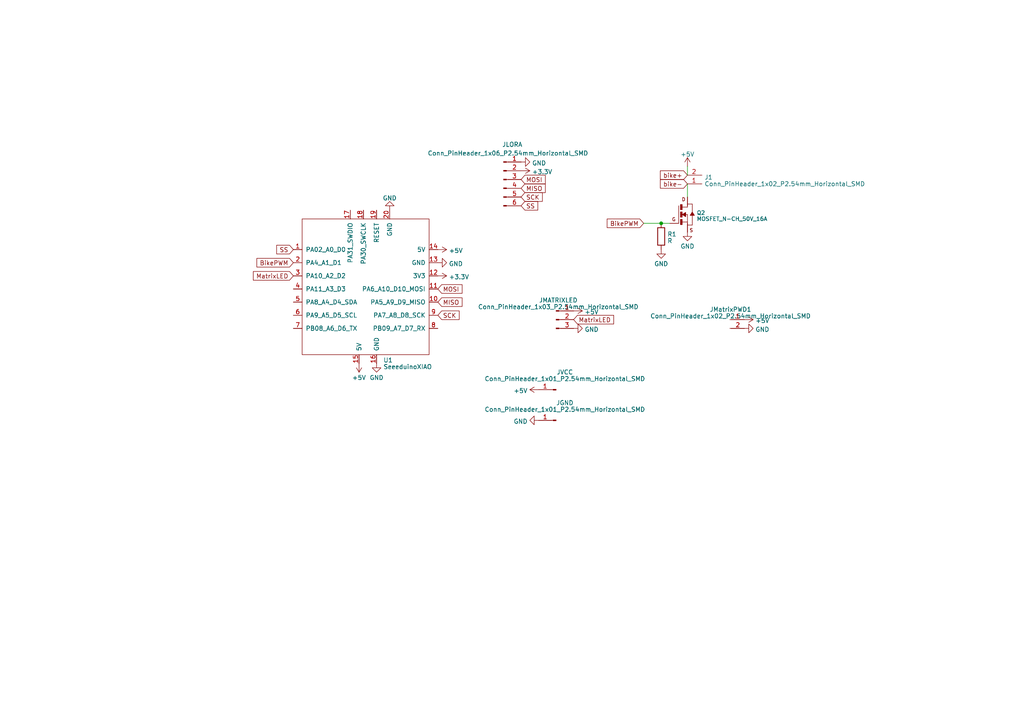
<source format=kicad_sch>
(kicad_sch (version 20230121) (generator eeschema)

  (uuid 9c4f290e-229f-4122-a3d8-420c9eee9e2f)

  (paper "A4")

  (lib_symbols
    (symbol "fab:Conn_PinHeader_1x01_P2.54mm_Horizontal_SMD" (pin_names (offset 1.016) hide) (in_bom yes) (on_board yes)
      (property "Reference" "J" (at 0 2.54 0)
        (effects (font (size 1.27 1.27)))
      )
      (property "Value" "Conn_PinHeader_1x01_P2.54mm_Horizontal_SMD" (at 0 -2.54 0)
        (effects (font (size 1.27 1.27)))
      )
      (property "Footprint" "fab:PinHeader_1x01_P2.54mm_Horizontal_SMD" (at 0 0 0)
        (effects (font (size 1.27 1.27)) hide)
      )
      (property "Datasheet" "~" (at 0 0 0)
        (effects (font (size 1.27 1.27)) hide)
      )
      (property "ki_keywords" "Connector pin header 2.54mm pitch horizontal SMD" (at 0 0 0)
        (effects (font (size 1.27 1.27)) hide)
      )
      (property "ki_description" "Connector pin header 2.54mm pitch horizontal SMD" (at 0 0 0)
        (effects (font (size 1.27 1.27)) hide)
      )
      (property "ki_fp_filters" "fab:*Header_SMD_01x??_*" (at 0 0 0)
        (effects (font (size 1.27 1.27)) hide)
      )
      (symbol "Conn_PinHeader_1x01_P2.54mm_Horizontal_SMD_1_1"
        (polyline
          (pts
            (xy 1.27 0)
            (xy 0.8636 0)
          )
          (stroke (width 0.1524) (type solid))
          (fill (type none))
        )
        (rectangle (start 0.8636 0.127) (end 0 -0.127)
          (stroke (width 0.1524) (type solid))
          (fill (type outline))
        )
        (pin passive line (at 5.08 0 180) (length 3.81)
          (name "Pin_1" (effects (font (size 1.27 1.27))))
          (number "1" (effects (font (size 1.27 1.27))))
        )
      )
    )
    (symbol "fab:Conn_PinHeader_1x02_P2.54mm_Horizontal_SMD" (pin_names (offset 1.016)) (in_bom yes) (on_board yes)
      (property "Reference" "J" (at 0 2.54 0)
        (effects (font (size 1.27 1.27)))
      )
      (property "Value" "Conn_PinHeader_1x02_P2.54mm_Horizontal_SMD" (at 0 -5.08 0)
        (effects (font (size 1.27 1.27)))
      )
      (property "Footprint" "fab:PinHeader_UPDI_01x02_P2.54mm_Horizontal_SMD" (at 0 0 0)
        (effects (font (size 1.27 1.27)) hide)
      )
      (property "Datasheet" "~" (at 0 0 0)
        (effects (font (size 1.27 1.27)) hide)
      )
      (property "ki_keywords" "male UPDI connector" (at 0 0 0)
        (effects (font (size 1.27 1.27)) hide)
      )
      (property "ki_description" "Male UPDI 2 pin connector" (at 0 0 0)
        (effects (font (size 1.27 1.27)) hide)
      )
      (property "ki_fp_filters" "fab:*Header_SMD_01x??_*" (at 0 0 0)
        (effects (font (size 1.27 1.27)) hide)
      )
      (symbol "Conn_PinHeader_1x02_P2.54mm_Horizontal_SMD_1_1"
        (polyline
          (pts
            (xy 1.27 -2.54)
            (xy 0.8636 -2.54)
          )
          (stroke (width 0.1524) (type solid))
          (fill (type none))
        )
        (polyline
          (pts
            (xy 1.27 0)
            (xy 0.8636 0)
          )
          (stroke (width 0.1524) (type solid))
          (fill (type none))
        )
        (pin passive line (at 5.08 0 180) (length 3.81)
          (name "~" (effects (font (size 1.27 1.27))))
          (number "1" (effects (font (size 1.27 1.27))))
        )
        (pin passive line (at 5.08 -2.54 180) (length 3.81)
          (name "~" (effects (font (size 1.27 1.27))))
          (number "2" (effects (font (size 1.27 1.27))))
        )
      )
    )
    (symbol "fab:Conn_PinHeader_1x03_P2.54mm_Horizontal_SMD" (pin_names (offset 1.016) hide) (in_bom yes) (on_board yes)
      (property "Reference" "J" (at 0 5.08 0)
        (effects (font (size 1.27 1.27)))
      )
      (property "Value" "Conn_PinHeader_1x03_P2.54mm_Horizontal_SMD" (at 0 -5.08 0)
        (effects (font (size 1.27 1.27)))
      )
      (property "Footprint" "fab:PinHeader_1x03_P2.54mm_Horizontal_SMD" (at 0 0 0)
        (effects (font (size 1.27 1.27)) hide)
      )
      (property "Datasheet" "~" (at 0 0 0)
        (effects (font (size 1.27 1.27)) hide)
      )
      (property "ki_keywords" "single row male connector" (at 0 0 0)
        (effects (font (size 1.27 1.27)) hide)
      )
      (property "ki_description" "Male connector, single row" (at 0 0 0)
        (effects (font (size 1.27 1.27)) hide)
      )
      (property "ki_fp_filters" "fab:*Header_SMD_01x??_*" (at 0 0 0)
        (effects (font (size 1.27 1.27)) hide)
      )
      (symbol "Conn_PinHeader_1x03_P2.54mm_Horizontal_SMD_1_1"
        (polyline
          (pts
            (xy 1.27 -2.54)
            (xy 0.8636 -2.54)
          )
          (stroke (width 0.1524) (type solid))
          (fill (type none))
        )
        (polyline
          (pts
            (xy 1.27 0)
            (xy 0.8636 0)
          )
          (stroke (width 0.1524) (type solid))
          (fill (type none))
        )
        (polyline
          (pts
            (xy 1.27 2.54)
            (xy 0.8636 2.54)
          )
          (stroke (width 0.1524) (type solid))
          (fill (type none))
        )
        (rectangle (start 0.8636 -2.413) (end 0 -2.667)
          (stroke (width 0.1524) (type solid))
          (fill (type outline))
        )
        (rectangle (start 0.8636 0.127) (end 0 -0.127)
          (stroke (width 0.1524) (type solid))
          (fill (type outline))
        )
        (rectangle (start 0.8636 2.667) (end 0 2.413)
          (stroke (width 0.1524) (type solid))
          (fill (type outline))
        )
        (pin passive line (at 5.08 2.54 180) (length 3.81)
          (name "Pin_1" (effects (font (size 1.27 1.27))))
          (number "1" (effects (font (size 1.27 1.27))))
        )
        (pin passive line (at 5.08 0 180) (length 3.81)
          (name "Pin_2" (effects (font (size 1.27 1.27))))
          (number "2" (effects (font (size 1.27 1.27))))
        )
        (pin passive line (at 5.08 -2.54 180) (length 3.81)
          (name "Pin_3" (effects (font (size 1.27 1.27))))
          (number "3" (effects (font (size 1.27 1.27))))
        )
      )
    )
    (symbol "fab:Conn_PinHeader_1x06_P2.54mm_Horizontal_SMD" (pin_names (offset 1.016) hide) (in_bom yes) (on_board yes)
      (property "Reference" "J" (at 0 7.62 0)
        (effects (font (size 1.27 1.27)))
      )
      (property "Value" "Conn_PinHeader_1x06_P2.54mm_Horizontal_SMD" (at 0 -10.16 0)
        (effects (font (size 1.27 1.27)))
      )
      (property "Footprint" "fab:PinHeader_1x06_P2.54mm_Horizontal_SMD" (at 0 0 0)
        (effects (font (size 1.27 1.27)) hide)
      )
      (property "Datasheet" "~" (at 0 0 0)
        (effects (font (size 1.27 1.27)) hide)
      )
      (property "ki_keywords" "single row male connector" (at 0 0 0)
        (effects (font (size 1.27 1.27)) hide)
      )
      (property "ki_description" "Male connector, single row" (at 0 0 0)
        (effects (font (size 1.27 1.27)) hide)
      )
      (property "ki_fp_filters" "fab:*Header_SMD_01x??_*" (at 0 0 0)
        (effects (font (size 1.27 1.27)) hide)
      )
      (symbol "Conn_PinHeader_1x06_P2.54mm_Horizontal_SMD_1_1"
        (polyline
          (pts
            (xy 1.27 -7.62)
            (xy 0.8636 -7.62)
          )
          (stroke (width 0.1524) (type solid))
          (fill (type none))
        )
        (polyline
          (pts
            (xy 1.27 -5.08)
            (xy 0.8636 -5.08)
          )
          (stroke (width 0.1524) (type solid))
          (fill (type none))
        )
        (polyline
          (pts
            (xy 1.27 -2.54)
            (xy 0.8636 -2.54)
          )
          (stroke (width 0.1524) (type solid))
          (fill (type none))
        )
        (polyline
          (pts
            (xy 1.27 0)
            (xy 0.8636 0)
          )
          (stroke (width 0.1524) (type solid))
          (fill (type none))
        )
        (polyline
          (pts
            (xy 1.27 2.54)
            (xy 0.8636 2.54)
          )
          (stroke (width 0.1524) (type solid))
          (fill (type none))
        )
        (polyline
          (pts
            (xy 1.27 5.08)
            (xy 0.8636 5.08)
          )
          (stroke (width 0.1524) (type solid))
          (fill (type none))
        )
        (rectangle (start 0.8636 -7.493) (end 0 -7.747)
          (stroke (width 0.1524) (type solid))
          (fill (type outline))
        )
        (rectangle (start 0.8636 -4.953) (end 0 -5.207)
          (stroke (width 0.1524) (type solid))
          (fill (type outline))
        )
        (rectangle (start 0.8636 -2.413) (end 0 -2.667)
          (stroke (width 0.1524) (type solid))
          (fill (type outline))
        )
        (rectangle (start 0.8636 0.127) (end 0 -0.127)
          (stroke (width 0.1524) (type solid))
          (fill (type outline))
        )
        (rectangle (start 0.8636 2.667) (end 0 2.413)
          (stroke (width 0.1524) (type solid))
          (fill (type outline))
        )
        (rectangle (start 0.8636 5.207) (end 0 4.953)
          (stroke (width 0.1524) (type solid))
          (fill (type outline))
        )
        (pin passive line (at 5.08 5.08 180) (length 3.81)
          (name "Pin_1" (effects (font (size 1.27 1.27))))
          (number "1" (effects (font (size 1.27 1.27))))
        )
        (pin passive line (at 5.08 2.54 180) (length 3.81)
          (name "Pin_2" (effects (font (size 1.27 1.27))))
          (number "2" (effects (font (size 1.27 1.27))))
        )
        (pin passive line (at 5.08 0 180) (length 3.81)
          (name "Pin_3" (effects (font (size 1.27 1.27))))
          (number "3" (effects (font (size 1.27 1.27))))
        )
        (pin passive line (at 5.08 -2.54 180) (length 3.81)
          (name "Pin_4" (effects (font (size 1.27 1.27))))
          (number "4" (effects (font (size 1.27 1.27))))
        )
        (pin passive line (at 5.08 -5.08 180) (length 3.81)
          (name "Pin_5" (effects (font (size 1.27 1.27))))
          (number "5" (effects (font (size 1.27 1.27))))
        )
        (pin passive line (at 5.08 -7.62 180) (length 3.81)
          (name "Pin_6" (effects (font (size 1.27 1.27))))
          (number "6" (effects (font (size 1.27 1.27))))
        )
      )
    )
    (symbol "fab:MOSFET_N-CH_50V_16A" (pin_numbers hide) (pin_names (offset 1.016) hide) (in_bom yes) (on_board yes)
      (property "Reference" "Q" (at 2.54 2.54 0)
        (effects (font (size 1.143 1.143)) (justify left bottom))
      )
      (property "Value" "MOSFET_N-CH_50V_16A" (at 2.54 0 0)
        (effects (font (size 1.143 1.143)) (justify left bottom))
      )
      (property "Footprint" "fab:TO-252" (at 0.762 3.81 0)
        (effects (font (size 0.508 0.508)) hide)
      )
      (property "Datasheet" "https://www.onsemi.com/pub/Collateral/RFD16N05LSM-D.PDF" (at 0 0 0)
        (effects (font (size 1.27 1.27)) hide)
      )
      (property "ki_keywords" "field effect transistor" (at 0 0 0)
        (effects (font (size 1.27 1.27)) hide)
      )
      (property "ki_description" "N-Channel mosfet RFD16N05LSM9A in TO-252 package" (at 0 0 0)
        (effects (font (size 1.27 1.27)) hide)
      )
      (property "ki_fp_filters" "*TO252*" (at 0 0 0)
        (effects (font (size 1.27 1.27)) hide)
      )
      (symbol "MOSFET_N-CH_50V_16A_1_0"
        (polyline
          (pts
            (xy -2.54 -2.54)
            (xy -2.54 2.54)
          )
          (stroke (width 0) (type solid))
          (fill (type none))
        )
        (polyline
          (pts
            (xy -1.524 -2.159)
            (xy 0 -2.159)
          )
          (stroke (width 0) (type solid))
          (fill (type none))
        )
        (polyline
          (pts
            (xy -1.524 2.159)
            (xy 0 2.159)
          )
          (stroke (width 0) (type solid))
          (fill (type none))
        )
        (polyline
          (pts
            (xy -0.508 0)
            (xy 0 0)
          )
          (stroke (width 0) (type solid))
          (fill (type none))
        )
        (polyline
          (pts
            (xy 0 -2.159)
            (xy 0 -2.54)
          )
          (stroke (width 0) (type solid))
          (fill (type none))
        )
        (polyline
          (pts
            (xy 0 0)
            (xy 0 -2.159)
          )
          (stroke (width 0) (type solid))
          (fill (type none))
        )
        (polyline
          (pts
            (xy 0 2.159)
            (xy 0 2.54)
          )
          (stroke (width 0) (type solid))
          (fill (type none))
        )
        (polyline
          (pts
            (xy 0 3.048)
            (xy 1.397 3.048)
          )
          (stroke (width 0) (type solid))
          (fill (type none))
        )
        (polyline
          (pts
            (xy 1.397 -3.048)
            (xy 0 -3.048)
          )
          (stroke (width 0) (type solid))
          (fill (type none))
        )
        (polyline
          (pts
            (xy 1.397 -0.254)
            (xy 1.397 -3.048)
          )
          (stroke (width 0) (type solid))
          (fill (type none))
        )
        (polyline
          (pts
            (xy 1.397 3.048)
            (xy 1.397 0.762)
          )
          (stroke (width 0) (type solid))
          (fill (type none))
        )
        (text "D" (at -1.1176 4.3942 0)
          (effects (font (size 0.9906 0.9906)))
        )
        (text "G" (at -3.9624 -1.397 0)
          (effects (font (size 0.9906 0.9906)))
        )
        (text "S" (at 1.1176 -4.572 0)
          (effects (font (size 0.9906 0.9906)))
        )
      )
      (symbol "MOSFET_N-CH_50V_16A_1_1"
        (rectangle (start -2.032 -2.921) (end -1.524 -1.397)
          (stroke (width 0) (type solid))
          (fill (type outline))
        )
        (rectangle (start -2.032 -0.762) (end -1.524 0.762)
          (stroke (width 0) (type solid))
          (fill (type outline))
        )
        (rectangle (start -2.032 1.397) (end -1.524 2.921)
          (stroke (width 0) (type solid))
          (fill (type outline))
        )
        (polyline
          (pts
            (xy -1.524 0)
            (xy -0.508 0.635)
            (xy -0.508 0.635)
            (xy -0.508 -0.635)
            (xy -0.508 -0.635)
            (xy -1.524 0)
          )
          (stroke (width 0) (type solid))
          (fill (type outline))
        )
        (polyline
          (pts
            (xy 1.397 0.762)
            (xy 2.032 -0.254)
            (xy 2.032 -0.254)
            (xy 0.762 -0.254)
            (xy 0.762 -0.254)
            (xy 1.397 0.762)
          )
          (stroke (width 0) (type solid))
          (fill (type outline))
        )
        (pin passive line (at -5.08 -2.54 0) (length 2.54)
          (name "G" (effects (font (size 1.016 1.016))))
          (number "1" (effects (font (size 1.016 1.016))))
        )
        (pin passive line (at 0 5.08 270) (length 2.54)
          (name "D" (effects (font (size 1.016 1.016))))
          (number "2" (effects (font (size 1.016 1.016))))
        )
        (pin passive line (at 0 -5.08 90) (length 2.54)
          (name "S" (effects (font (size 1.016 1.016))))
          (number "3" (effects (font (size 1.016 1.016))))
        )
      )
    )
    (symbol "fab:R" (pin_numbers hide) (pin_names (offset 0)) (in_bom yes) (on_board yes)
      (property "Reference" "R" (at 2.032 0 90)
        (effects (font (size 1.27 1.27)))
      )
      (property "Value" "R" (at 0 0 90)
        (effects (font (size 1.27 1.27)))
      )
      (property "Footprint" "fab:R_1206" (at -1.778 0 90)
        (effects (font (size 1.27 1.27)) hide)
      )
      (property "Datasheet" "~" (at 0 0 0)
        (effects (font (size 1.27 1.27)) hide)
      )
      (property "ki_keywords" "R res resistor" (at 0 0 0)
        (effects (font (size 1.27 1.27)) hide)
      )
      (property "ki_description" "Resistor" (at 0 0 0)
        (effects (font (size 1.27 1.27)) hide)
      )
      (property "ki_fp_filters" "R_*" (at 0 0 0)
        (effects (font (size 1.27 1.27)) hide)
      )
      (symbol "R_0_1"
        (rectangle (start -1.016 -2.54) (end 1.016 2.54)
          (stroke (width 0.254) (type solid))
          (fill (type none))
        )
      )
      (symbol "R_1_1"
        (pin passive line (at 0 3.81 270) (length 1.27)
          (name "~" (effects (font (size 1.27 1.27))))
          (number "1" (effects (font (size 1.27 1.27))))
        )
        (pin passive line (at 0 -3.81 90) (length 1.27)
          (name "~" (effects (font (size 1.27 1.27))))
          (number "2" (effects (font (size 1.27 1.27))))
        )
      )
    )
    (symbol "power:+3.3V" (power) (pin_names (offset 0)) (in_bom yes) (on_board yes)
      (property "Reference" "#PWR" (at 0 -3.81 0)
        (effects (font (size 1.27 1.27)) hide)
      )
      (property "Value" "+3.3V" (at 0 3.556 0)
        (effects (font (size 1.27 1.27)))
      )
      (property "Footprint" "" (at 0 0 0)
        (effects (font (size 1.27 1.27)) hide)
      )
      (property "Datasheet" "" (at 0 0 0)
        (effects (font (size 1.27 1.27)) hide)
      )
      (property "ki_keywords" "global power" (at 0 0 0)
        (effects (font (size 1.27 1.27)) hide)
      )
      (property "ki_description" "Power symbol creates a global label with name \"+3.3V\"" (at 0 0 0)
        (effects (font (size 1.27 1.27)) hide)
      )
      (symbol "+3.3V_0_1"
        (polyline
          (pts
            (xy -0.762 1.27)
            (xy 0 2.54)
          )
          (stroke (width 0) (type default))
          (fill (type none))
        )
        (polyline
          (pts
            (xy 0 0)
            (xy 0 2.54)
          )
          (stroke (width 0) (type default))
          (fill (type none))
        )
        (polyline
          (pts
            (xy 0 2.54)
            (xy 0.762 1.27)
          )
          (stroke (width 0) (type default))
          (fill (type none))
        )
      )
      (symbol "+3.3V_1_1"
        (pin power_in line (at 0 0 90) (length 0) hide
          (name "+3.3V" (effects (font (size 1.27 1.27))))
          (number "1" (effects (font (size 1.27 1.27))))
        )
      )
    )
    (symbol "power:+5V" (power) (pin_names (offset 0)) (in_bom yes) (on_board yes)
      (property "Reference" "#PWR" (at 0 -3.81 0)
        (effects (font (size 1.27 1.27)) hide)
      )
      (property "Value" "+5V" (at 0 3.556 0)
        (effects (font (size 1.27 1.27)))
      )
      (property "Footprint" "" (at 0 0 0)
        (effects (font (size 1.27 1.27)) hide)
      )
      (property "Datasheet" "" (at 0 0 0)
        (effects (font (size 1.27 1.27)) hide)
      )
      (property "ki_keywords" "global power" (at 0 0 0)
        (effects (font (size 1.27 1.27)) hide)
      )
      (property "ki_description" "Power symbol creates a global label with name \"+5V\"" (at 0 0 0)
        (effects (font (size 1.27 1.27)) hide)
      )
      (symbol "+5V_0_1"
        (polyline
          (pts
            (xy -0.762 1.27)
            (xy 0 2.54)
          )
          (stroke (width 0) (type default))
          (fill (type none))
        )
        (polyline
          (pts
            (xy 0 0)
            (xy 0 2.54)
          )
          (stroke (width 0) (type default))
          (fill (type none))
        )
        (polyline
          (pts
            (xy 0 2.54)
            (xy 0.762 1.27)
          )
          (stroke (width 0) (type default))
          (fill (type none))
        )
      )
      (symbol "+5V_1_1"
        (pin power_in line (at 0 0 90) (length 0) hide
          (name "+5V" (effects (font (size 1.27 1.27))))
          (number "1" (effects (font (size 1.27 1.27))))
        )
      )
    )
    (symbol "power:GND" (power) (pin_names (offset 0)) (in_bom yes) (on_board yes)
      (property "Reference" "#PWR" (at 0 -6.35 0)
        (effects (font (size 1.27 1.27)) hide)
      )
      (property "Value" "GND" (at 0 -3.81 0)
        (effects (font (size 1.27 1.27)))
      )
      (property "Footprint" "" (at 0 0 0)
        (effects (font (size 1.27 1.27)) hide)
      )
      (property "Datasheet" "" (at 0 0 0)
        (effects (font (size 1.27 1.27)) hide)
      )
      (property "ki_keywords" "global power" (at 0 0 0)
        (effects (font (size 1.27 1.27)) hide)
      )
      (property "ki_description" "Power symbol creates a global label with name \"GND\" , ground" (at 0 0 0)
        (effects (font (size 1.27 1.27)) hide)
      )
      (symbol "GND_0_1"
        (polyline
          (pts
            (xy 0 0)
            (xy 0 -1.27)
            (xy 1.27 -1.27)
            (xy 0 -2.54)
            (xy -1.27 -1.27)
            (xy 0 -1.27)
          )
          (stroke (width 0) (type default))
          (fill (type none))
        )
      )
      (symbol "GND_1_1"
        (pin power_in line (at 0 0 270) (length 0) hide
          (name "GND" (effects (font (size 1.27 1.27))))
          (number "1" (effects (font (size 1.27 1.27))))
        )
      )
    )
    (symbol "xiaosamd21:SeeeduinoXIAO" (pin_names (offset 1.016)) (in_bom yes) (on_board yes)
      (property "Reference" "U" (at -19.05 22.86 0)
        (effects (font (size 1.27 1.27)))
      )
      (property "Value" "SeeeduinoXIAO" (at -12.7 21.59 0)
        (effects (font (size 1.27 1.27)))
      )
      (property "Footprint" "" (at -8.89 5.08 0)
        (effects (font (size 1.27 1.27)) hide)
      )
      (property "Datasheet" "" (at -8.89 5.08 0)
        (effects (font (size 1.27 1.27)) hide)
      )
      (symbol "SeeeduinoXIAO_0_1"
        (rectangle (start -19.05 20.32) (end 17.78 -19.05)
          (stroke (width 0) (type solid))
          (fill (type none))
        )
      )
      (symbol "SeeeduinoXIAO_1_1"
        (pin unspecified line (at -21.59 11.43 0) (length 2.54)
          (name "PA02_A0_D0" (effects (font (size 1.27 1.27))))
          (number "1" (effects (font (size 1.27 1.27))))
        )
        (pin unspecified line (at 20.32 -3.81 180) (length 2.54)
          (name "PA5_A9_D9_MISO" (effects (font (size 1.27 1.27))))
          (number "10" (effects (font (size 1.27 1.27))))
        )
        (pin unspecified line (at 20.32 0 180) (length 2.54)
          (name "PA6_A10_D10_MOSI" (effects (font (size 1.27 1.27))))
          (number "11" (effects (font (size 1.27 1.27))))
        )
        (pin unspecified line (at 20.32 3.81 180) (length 2.54)
          (name "3V3" (effects (font (size 1.27 1.27))))
          (number "12" (effects (font (size 1.27 1.27))))
        )
        (pin unspecified line (at 20.32 7.62 180) (length 2.54)
          (name "GND" (effects (font (size 1.27 1.27))))
          (number "13" (effects (font (size 1.27 1.27))))
        )
        (pin unspecified line (at 20.32 11.43 180) (length 2.54)
          (name "5V" (effects (font (size 1.27 1.27))))
          (number "14" (effects (font (size 1.27 1.27))))
        )
        (pin input line (at -2.54 -21.59 90) (length 2.54)
          (name "5V" (effects (font (size 1.27 1.27))))
          (number "15" (effects (font (size 1.27 1.27))))
        )
        (pin input line (at 2.54 -21.59 90) (length 2.54)
          (name "GND" (effects (font (size 1.27 1.27))))
          (number "16" (effects (font (size 1.27 1.27))))
        )
        (pin input line (at -5.08 22.86 270) (length 2.54)
          (name "PA31_SWDIO" (effects (font (size 1.27 1.27))))
          (number "17" (effects (font (size 1.27 1.27))))
        )
        (pin input line (at -1.27 22.86 270) (length 2.54)
          (name "PA30_SWCLK" (effects (font (size 1.27 1.27))))
          (number "18" (effects (font (size 1.27 1.27))))
        )
        (pin input line (at 2.54 22.86 270) (length 2.54)
          (name "RESET" (effects (font (size 1.27 1.27))))
          (number "19" (effects (font (size 1.27 1.27))))
        )
        (pin unspecified line (at -21.59 7.62 0) (length 2.54)
          (name "PA4_A1_D1" (effects (font (size 1.27 1.27))))
          (number "2" (effects (font (size 1.27 1.27))))
        )
        (pin input line (at 6.35 22.86 270) (length 2.54)
          (name "GND" (effects (font (size 1.27 1.27))))
          (number "20" (effects (font (size 1.27 1.27))))
        )
        (pin unspecified line (at -21.59 3.81 0) (length 2.54)
          (name "PA10_A2_D2" (effects (font (size 1.27 1.27))))
          (number "3" (effects (font (size 1.27 1.27))))
        )
        (pin unspecified line (at -21.59 0 0) (length 2.54)
          (name "PA11_A3_D3" (effects (font (size 1.27 1.27))))
          (number "4" (effects (font (size 1.27 1.27))))
        )
        (pin unspecified line (at -21.59 -3.81 0) (length 2.54)
          (name "PA8_A4_D4_SDA" (effects (font (size 1.27 1.27))))
          (number "5" (effects (font (size 1.27 1.27))))
        )
        (pin unspecified line (at -21.59 -7.62 0) (length 2.54)
          (name "PA9_A5_D5_SCL" (effects (font (size 1.27 1.27))))
          (number "6" (effects (font (size 1.27 1.27))))
        )
        (pin unspecified line (at -21.59 -11.43 0) (length 2.54)
          (name "PB08_A6_D6_TX" (effects (font (size 1.27 1.27))))
          (number "7" (effects (font (size 1.27 1.27))))
        )
        (pin unspecified line (at 20.32 -11.43 180) (length 2.54)
          (name "PB09_A7_D7_RX" (effects (font (size 1.27 1.27))))
          (number "8" (effects (font (size 1.27 1.27))))
        )
        (pin unspecified line (at 20.32 -7.62 180) (length 2.54)
          (name "PA7_A8_D8_SCK" (effects (font (size 1.27 1.27))))
          (number "9" (effects (font (size 1.27 1.27))))
        )
      )
    )
  )

  (junction (at 191.77 64.77) (diameter 0) (color 0 0 0 0)
    (uuid c24ff085-0674-4ee0-b4ef-32e070b71c7d)
  )

  (wire (pts (xy 199.39 53.34) (xy 199.39 57.15))
    (stroke (width 0) (type default))
    (uuid 5cb90ba4-b8fd-4b9a-b8b1-d9a3d390c2a1)
  )
  (wire (pts (xy 191.77 64.77) (xy 194.31 64.77))
    (stroke (width 0) (type default))
    (uuid 60d19f0c-267f-4ecb-acf9-95267aa84c15)
  )
  (wire (pts (xy 186.69 64.77) (xy 191.77 64.77))
    (stroke (width 0) (type default))
    (uuid 988724b8-8b62-482d-b316-fd40d69e246d)
  )
  (wire (pts (xy 199.39 48.26) (xy 199.39 50.8))
    (stroke (width 0) (type default))
    (uuid fb08f81e-51c9-4374-b7f6-c8e6c4c1bce0)
  )

  (global_label "SS" (shape input) (at 151.13 59.69 0) (fields_autoplaced)
    (effects (font (size 1.27 1.27)) (justify left))
    (uuid 1f63d6d0-d736-4abb-befd-6c5105fbc921)
    (property "Intersheetrefs" "${INTERSHEET_REFS}" (at 156.4548 59.69 0)
      (effects (font (size 1.27 1.27)) (justify left) hide)
    )
  )
  (global_label "BikePWM" (shape input) (at 85.09 76.2 180) (fields_autoplaced)
    (effects (font (size 1.27 1.27)) (justify right))
    (uuid 2f0e7277-3162-47ee-9ac5-eb41f18a7d1b)
    (property "Intersheetrefs" "${INTERSHEET_REFS}" (at 74.0199 76.2 0)
      (effects (font (size 1.27 1.27)) (justify right) hide)
    )
  )
  (global_label "MatrixLED" (shape input) (at 85.09 80.01 180) (fields_autoplaced)
    (effects (font (size 1.27 1.27)) (justify right))
    (uuid 47a0a23e-781c-4e0f-8aee-059429cb649c)
    (property "Intersheetrefs" "${INTERSHEET_REFS}" (at 72.9919 80.01 0)
      (effects (font (size 1.27 1.27)) (justify right) hide)
    )
  )
  (global_label "bike-" (shape input) (at 199.39 53.34 180) (fields_autoplaced)
    (effects (font (size 1.27 1.27)) (justify right))
    (uuid 6d1d1af8-3b82-4731-8c3e-5a2cbf6c3b1d)
    (property "Intersheetrefs" "${INTERSHEET_REFS}" (at 191.0413 53.34 0)
      (effects (font (size 1.27 1.27)) (justify right) hide)
    )
  )
  (global_label "SCK" (shape input) (at 151.13 57.15 0) (fields_autoplaced)
    (effects (font (size 1.27 1.27)) (justify left))
    (uuid 77621e89-2664-4956-bd1d-5658fba4e8d3)
    (property "Intersheetrefs" "${INTERSHEET_REFS}" (at 157.7853 57.15 0)
      (effects (font (size 1.27 1.27)) (justify left) hide)
    )
  )
  (global_label "SCK" (shape input) (at 127 91.44 0) (fields_autoplaced)
    (effects (font (size 1.27 1.27)) (justify left))
    (uuid 8a0c19f4-cca0-4a4c-8f2b-94fe07306f2e)
    (property "Intersheetrefs" "${INTERSHEET_REFS}" (at 133.6553 91.44 0)
      (effects (font (size 1.27 1.27)) (justify left) hide)
    )
  )
  (global_label "MOSI" (shape input) (at 151.13 52.07 0) (fields_autoplaced)
    (effects (font (size 1.27 1.27)) (justify left))
    (uuid 8fd00a43-4406-4ee7-9d96-04477edb0128)
    (property "Intersheetrefs" "${INTERSHEET_REFS}" (at 158.632 52.07 0)
      (effects (font (size 1.27 1.27)) (justify left) hide)
    )
  )
  (global_label "MatrixLED" (shape input) (at 166.37 92.71 0) (fields_autoplaced)
    (effects (font (size 1.27 1.27)) (justify left))
    (uuid 90df1c75-dc91-4387-b0f7-916be99294f6)
    (property "Intersheetrefs" "${INTERSHEET_REFS}" (at 178.4681 92.71 0)
      (effects (font (size 1.27 1.27)) (justify left) hide)
    )
  )
  (global_label "MISO" (shape input) (at 127 87.63 0) (fields_autoplaced)
    (effects (font (size 1.27 1.27)) (justify left))
    (uuid 988be687-5dfa-4a35-87a7-5ee430218f09)
    (property "Intersheetrefs" "${INTERSHEET_REFS}" (at 134.502 87.63 0)
      (effects (font (size 1.27 1.27)) (justify left) hide)
    )
  )
  (global_label "bike+" (shape input) (at 199.39 50.8 180) (fields_autoplaced)
    (effects (font (size 1.27 1.27)) (justify right))
    (uuid a23d417a-d2ad-4965-9e5a-334ddb5c97a7)
    (property "Intersheetrefs" "${INTERSHEET_REFS}" (at 191.0413 50.8 0)
      (effects (font (size 1.27 1.27)) (justify right) hide)
    )
  )
  (global_label "SS" (shape input) (at 85.09 72.39 180) (fields_autoplaced)
    (effects (font (size 1.27 1.27)) (justify right))
    (uuid b68fb4f5-0f90-4136-9d21-abd34a40a477)
    (property "Intersheetrefs" "${INTERSHEET_REFS}" (at 79.7652 72.39 0)
      (effects (font (size 1.27 1.27)) (justify right) hide)
    )
  )
  (global_label "MISO" (shape input) (at 151.13 54.61 0) (fields_autoplaced)
    (effects (font (size 1.27 1.27)) (justify left))
    (uuid c1bf424c-8789-414c-ac93-ff5c1ff0dddc)
    (property "Intersheetrefs" "${INTERSHEET_REFS}" (at 158.632 54.61 0)
      (effects (font (size 1.27 1.27)) (justify left) hide)
    )
  )
  (global_label "MOSI" (shape input) (at 127 83.82 0) (fields_autoplaced)
    (effects (font (size 1.27 1.27)) (justify left))
    (uuid d6649784-4e5b-4179-9fe7-e51f0915dca5)
    (property "Intersheetrefs" "${INTERSHEET_REFS}" (at 134.502 83.82 0)
      (effects (font (size 1.27 1.27)) (justify left) hide)
    )
  )
  (global_label "BikePWM" (shape input) (at 186.69 64.77 180) (fields_autoplaced)
    (effects (font (size 1.27 1.27)) (justify right))
    (uuid f0918ff8-6a3b-4286-80aa-1894a18efd61)
    (property "Intersheetrefs" "${INTERSHEET_REFS}" (at 175.6199 64.77 0)
      (effects (font (size 1.27 1.27)) (justify right) hide)
    )
  )

  (symbol (lib_id "power:GND") (at 127 76.2 90) (unit 1)
    (in_bom yes) (on_board yes) (dnp no) (fields_autoplaced)
    (uuid 083d6836-d232-46bd-8f54-031326deda8a)
    (property "Reference" "#PWR02" (at 133.35 76.2 0)
      (effects (font (size 1.27 1.27)) hide)
    )
    (property "Value" "GND" (at 130.175 76.5168 90)
      (effects (font (size 1.27 1.27)) (justify right))
    )
    (property "Footprint" "" (at 127 76.2 0)
      (effects (font (size 1.27 1.27)) hide)
    )
    (property "Datasheet" "" (at 127 76.2 0)
      (effects (font (size 1.27 1.27)) hide)
    )
    (pin "1" (uuid bd85c394-9dcf-47ae-adf3-b9c2110c5756))
    (instances
      (project "traffic_sign_board"
        (path "/9c4f290e-229f-4122-a3d8-420c9eee9e2f"
          (reference "#PWR02") (unit 1)
        )
      )
    )
  )

  (symbol (lib_id "power:+5V") (at 199.39 48.26 0) (unit 1)
    (in_bom yes) (on_board yes) (dnp no) (fields_autoplaced)
    (uuid 0ac817e8-a3fb-4361-9022-db0109e9d021)
    (property "Reference" "#PWR03" (at 199.39 52.07 0)
      (effects (font (size 1.27 1.27)) hide)
    )
    (property "Value" "+5V" (at 199.39 44.7581 0)
      (effects (font (size 1.27 1.27)))
    )
    (property "Footprint" "" (at 199.39 48.26 0)
      (effects (font (size 1.27 1.27)) hide)
    )
    (property "Datasheet" "" (at 199.39 48.26 0)
      (effects (font (size 1.27 1.27)) hide)
    )
    (pin "1" (uuid fcd13f78-cea3-4e80-94d0-fb804b25f86e))
    (instances
      (project "traffic_sign_board"
        (path "/9c4f290e-229f-4122-a3d8-420c9eee9e2f"
          (reference "#PWR03") (unit 1)
        )
      )
    )
  )

  (symbol (lib_id "power:+5V") (at 156.21 113.03 90) (unit 1)
    (in_bom yes) (on_board yes) (dnp no) (fields_autoplaced)
    (uuid 1810c96e-0ee7-474a-b1ae-af8984a8a6bd)
    (property "Reference" "#PWR08" (at 160.02 113.03 0)
      (effects (font (size 1.27 1.27)) hide)
    )
    (property "Value" "+5V" (at 153.0351 113.3468 90)
      (effects (font (size 1.27 1.27)) (justify left))
    )
    (property "Footprint" "" (at 156.21 113.03 0)
      (effects (font (size 1.27 1.27)) hide)
    )
    (property "Datasheet" "" (at 156.21 113.03 0)
      (effects (font (size 1.27 1.27)) hide)
    )
    (pin "1" (uuid 7e052821-c721-4140-b7e2-08a7971fd2ca))
    (instances
      (project "traffic_sign_board"
        (path "/9c4f290e-229f-4122-a3d8-420c9eee9e2f"
          (reference "#PWR08") (unit 1)
        )
      )
    )
  )

  (symbol (lib_id "power:+3.3V") (at 151.13 49.53 270) (unit 1)
    (in_bom yes) (on_board yes) (dnp no) (fields_autoplaced)
    (uuid 2efde6a9-827e-41d9-9279-9c9efc9d8c33)
    (property "Reference" "#PWR011" (at 147.32 49.53 0)
      (effects (font (size 1.27 1.27)) hide)
    )
    (property "Value" "+3.3V" (at 154.305 49.8468 90)
      (effects (font (size 1.27 1.27)) (justify left))
    )
    (property "Footprint" "" (at 151.13 49.53 0)
      (effects (font (size 1.27 1.27)) hide)
    )
    (property "Datasheet" "" (at 151.13 49.53 0)
      (effects (font (size 1.27 1.27)) hide)
    )
    (pin "1" (uuid 6808e883-31df-45a0-9496-651bd0174452))
    (instances
      (project "traffic_sign_board"
        (path "/9c4f290e-229f-4122-a3d8-420c9eee9e2f"
          (reference "#PWR011") (unit 1)
        )
      )
    )
  )

  (symbol (lib_id "power:GND") (at 156.21 121.92 270) (unit 1)
    (in_bom yes) (on_board yes) (dnp no) (fields_autoplaced)
    (uuid 30ba5f08-497b-4bd9-904b-80e9d01b3eb4)
    (property "Reference" "#PWR09" (at 149.86 121.92 0)
      (effects (font (size 1.27 1.27)) hide)
    )
    (property "Value" "GND" (at 153.0351 122.2368 90)
      (effects (font (size 1.27 1.27)) (justify right))
    )
    (property "Footprint" "" (at 156.21 121.92 0)
      (effects (font (size 1.27 1.27)) hide)
    )
    (property "Datasheet" "" (at 156.21 121.92 0)
      (effects (font (size 1.27 1.27)) hide)
    )
    (pin "1" (uuid 8603f864-21af-4d29-8f4b-c9a2da38fa5f))
    (instances
      (project "traffic_sign_board"
        (path "/9c4f290e-229f-4122-a3d8-420c9eee9e2f"
          (reference "#PWR09") (unit 1)
        )
      )
    )
  )

  (symbol (lib_id "fab:R") (at 191.77 68.58 0) (unit 1)
    (in_bom yes) (on_board yes) (dnp no) (fields_autoplaced)
    (uuid 3d53a55d-3971-4caf-9cb1-cf740356f392)
    (property "Reference" "R1" (at 193.548 67.9363 0)
      (effects (font (size 1.27 1.27)) (justify left))
    )
    (property "Value" "R" (at 193.548 69.8573 0)
      (effects (font (size 1.27 1.27)) (justify left))
    )
    (property "Footprint" "fab:R_1206" (at 189.992 68.58 90)
      (effects (font (size 1.27 1.27)) hide)
    )
    (property "Datasheet" "~" (at 191.77 68.58 0)
      (effects (font (size 1.27 1.27)) hide)
    )
    (pin "1" (uuid 4762a6f8-529f-4f2b-a72c-27be4efd6e1e))
    (pin "2" (uuid 877a4611-72af-4ce5-beb1-e232b942b953))
    (instances
      (project "traffic_sign_board"
        (path "/9c4f290e-229f-4122-a3d8-420c9eee9e2f"
          (reference "R1") (unit 1)
        )
      )
    )
  )

  (symbol (lib_id "power:GND") (at 109.22 105.41 0) (unit 1)
    (in_bom yes) (on_board yes) (dnp no) (fields_autoplaced)
    (uuid 4e322256-a2f4-4320-a0ec-59b79fb8c540)
    (property "Reference" "#PWR06" (at 109.22 111.76 0)
      (effects (font (size 1.27 1.27)) hide)
    )
    (property "Value" "GND" (at 109.22 109.5455 0)
      (effects (font (size 1.27 1.27)))
    )
    (property "Footprint" "" (at 109.22 105.41 0)
      (effects (font (size 1.27 1.27)) hide)
    )
    (property "Datasheet" "" (at 109.22 105.41 0)
      (effects (font (size 1.27 1.27)) hide)
    )
    (pin "1" (uuid 220de66c-87f4-44cf-b6fb-785caaae04d8))
    (instances
      (project "traffic_sign_board"
        (path "/9c4f290e-229f-4122-a3d8-420c9eee9e2f"
          (reference "#PWR06") (unit 1)
        )
      )
    )
  )

  (symbol (lib_id "fab:Conn_PinHeader_1x02_P2.54mm_Horizontal_SMD") (at 204.47 53.34 180) (unit 1)
    (in_bom yes) (on_board yes) (dnp no) (fields_autoplaced)
    (uuid 50c09eeb-4364-4793-95f5-84e5a87fbaf1)
    (property "Reference" "J1" (at 204.3176 51.4263 0)
      (effects (font (size 1.27 1.27)) (justify right))
    )
    (property "Value" "Conn_PinHeader_1x02_P2.54mm_Horizontal_SMD" (at 204.3176 53.3473 0)
      (effects (font (size 1.27 1.27)) (justify right))
    )
    (property "Footprint" "fab:PinHeader_1x02_P2.54mm_Horizontal_SMD" (at 204.47 53.34 0)
      (effects (font (size 1.27 1.27)) hide)
    )
    (property "Datasheet" "~" (at 204.47 53.34 0)
      (effects (font (size 1.27 1.27)) hide)
    )
    (pin "1" (uuid 3f1ce5e6-6efd-4a9e-a67d-1da8110ae65e))
    (pin "2" (uuid b705b83f-0252-4385-a722-51e070d293d5))
    (instances
      (project "traffic_sign_board"
        (path "/9c4f290e-229f-4122-a3d8-420c9eee9e2f"
          (reference "J1") (unit 1)
        )
      )
    )
  )

  (symbol (lib_id "power:+5V") (at 166.37 90.17 270) (unit 1)
    (in_bom yes) (on_board yes) (dnp no) (fields_autoplaced)
    (uuid 57f24d17-4934-4799-8fba-bcd2acbd01cc)
    (property "Reference" "#PWR010" (at 162.56 90.17 0)
      (effects (font (size 1.27 1.27)) hide)
    )
    (property "Value" "+5V" (at 169.545 90.4868 90)
      (effects (font (size 1.27 1.27)) (justify left))
    )
    (property "Footprint" "" (at 166.37 90.17 0)
      (effects (font (size 1.27 1.27)) hide)
    )
    (property "Datasheet" "" (at 166.37 90.17 0)
      (effects (font (size 1.27 1.27)) hide)
    )
    (pin "1" (uuid fdcb1a37-e1a9-482a-ac34-3cc09bcd6a99))
    (instances
      (project "traffic_sign_board"
        (path "/9c4f290e-229f-4122-a3d8-420c9eee9e2f"
          (reference "#PWR010") (unit 1)
        )
      )
    )
  )

  (symbol (lib_id "power:GND") (at 151.13 46.99 90) (unit 1)
    (in_bom yes) (on_board yes) (dnp no) (fields_autoplaced)
    (uuid 7c4d8364-65f2-4d75-9b1a-3c495572b759)
    (property "Reference" "#PWR013" (at 157.48 46.99 0)
      (effects (font (size 1.27 1.27)) hide)
    )
    (property "Value" "GND" (at 154.305 47.3068 90)
      (effects (font (size 1.27 1.27)) (justify right))
    )
    (property "Footprint" "" (at 151.13 46.99 0)
      (effects (font (size 1.27 1.27)) hide)
    )
    (property "Datasheet" "" (at 151.13 46.99 0)
      (effects (font (size 1.27 1.27)) hide)
    )
    (pin "1" (uuid c2ee4e9b-54fc-4ce1-a68b-1cce1e22b56d))
    (instances
      (project "traffic_sign_board"
        (path "/9c4f290e-229f-4122-a3d8-420c9eee9e2f"
          (reference "#PWR013") (unit 1)
        )
      )
    )
  )

  (symbol (lib_id "fab:Conn_PinHeader_1x03_P2.54mm_Horizontal_SMD") (at 161.29 92.71 0) (unit 1)
    (in_bom yes) (on_board yes) (dnp no) (fields_autoplaced)
    (uuid 8875cb2d-4c98-4810-af67-7c99247a2537)
    (property "Reference" "JMATRIXLED" (at 161.925 87.0839 0)
      (effects (font (size 1.27 1.27)))
    )
    (property "Value" "Conn_PinHeader_1x03_P2.54mm_Horizontal_SMD" (at 161.925 89.0049 0)
      (effects (font (size 1.27 1.27)))
    )
    (property "Footprint" "fab:PinHeader_1x03_P2.54mm_Horizontal_SMD" (at 161.29 92.71 0)
      (effects (font (size 1.27 1.27)) hide)
    )
    (property "Datasheet" "~" (at 161.29 92.71 0)
      (effects (font (size 1.27 1.27)) hide)
    )
    (pin "1" (uuid f39c983f-4f87-4f4b-a1bc-354865575433))
    (pin "2" (uuid 337c26d1-ebe2-4f65-8a98-4ac757a115ac))
    (pin "3" (uuid 2724d157-7289-441d-84ec-9c9f36c68ea4))
    (instances
      (project "traffic_sign_board"
        (path "/9c4f290e-229f-4122-a3d8-420c9eee9e2f"
          (reference "JMATRIXLED") (unit 1)
        )
      )
    )
  )

  (symbol (lib_id "fab:Conn_PinHeader_1x02_P2.54mm_Horizontal_SMD") (at 210.82 92.71 0) (unit 1)
    (in_bom yes) (on_board yes) (dnp no) (fields_autoplaced)
    (uuid 9f381a12-7880-437e-bbfb-cb5b9f76550c)
    (property "Reference" "JMatrixPWD1" (at 211.8868 89.7509 0)
      (effects (font (size 1.27 1.27)))
    )
    (property "Value" "Conn_PinHeader_1x02_P2.54mm_Horizontal_SMD" (at 211.8868 91.6719 0)
      (effects (font (size 1.27 1.27)))
    )
    (property "Footprint" "fab:PinHeader_1x02_P2.54mm_Horizontal_SMD" (at 210.82 92.71 0)
      (effects (font (size 1.27 1.27)) hide)
    )
    (property "Datasheet" "~" (at 210.82 92.71 0)
      (effects (font (size 1.27 1.27)) hide)
    )
    (pin "1" (uuid 89fb4350-ee1b-44cb-af76-ea14c264cbb2))
    (pin "2" (uuid 2255c30f-7904-4e71-9609-149760fa2e9a))
    (instances
      (project "traffic_sign_board"
        (path "/9c4f290e-229f-4122-a3d8-420c9eee9e2f"
          (reference "JMatrixPWD1") (unit 1)
        )
      )
    )
  )

  (symbol (lib_id "power:GND") (at 113.03 60.96 180) (unit 1)
    (in_bom yes) (on_board yes) (dnp no) (fields_autoplaced)
    (uuid a19cfffc-a1e1-45c2-b645-b1698c35c083)
    (property "Reference" "#PWR07" (at 113.03 54.61 0)
      (effects (font (size 1.27 1.27)) hide)
    )
    (property "Value" "GND" (at 113.03 57.4581 0)
      (effects (font (size 1.27 1.27)))
    )
    (property "Footprint" "" (at 113.03 60.96 0)
      (effects (font (size 1.27 1.27)) hide)
    )
    (property "Datasheet" "" (at 113.03 60.96 0)
      (effects (font (size 1.27 1.27)) hide)
    )
    (pin "1" (uuid cc68b27f-15f5-415e-adf6-1ffc875e21ab))
    (instances
      (project "traffic_sign_board"
        (path "/9c4f290e-229f-4122-a3d8-420c9eee9e2f"
          (reference "#PWR07") (unit 1)
        )
      )
    )
  )

  (symbol (lib_id "power:GND") (at 199.39 67.31 0) (unit 1)
    (in_bom yes) (on_board yes) (dnp no) (fields_autoplaced)
    (uuid a6fb3785-51bd-4357-a3a1-24fccf862168)
    (property "Reference" "#PWR014" (at 199.39 73.66 0)
      (effects (font (size 1.27 1.27)) hide)
    )
    (property "Value" "GND" (at 199.39 71.4455 0)
      (effects (font (size 1.27 1.27)))
    )
    (property "Footprint" "" (at 199.39 67.31 0)
      (effects (font (size 1.27 1.27)) hide)
    )
    (property "Datasheet" "" (at 199.39 67.31 0)
      (effects (font (size 1.27 1.27)) hide)
    )
    (pin "1" (uuid b1c1f8b9-9728-40c5-a267-0d72d7dfa290))
    (instances
      (project "traffic_sign_board"
        (path "/9c4f290e-229f-4122-a3d8-420c9eee9e2f"
          (reference "#PWR014") (unit 1)
        )
      )
    )
  )

  (symbol (lib_id "power:GND") (at 215.9 95.25 90) (unit 1)
    (in_bom yes) (on_board yes) (dnp no) (fields_autoplaced)
    (uuid b086bd47-bfb6-4d04-861d-1d2665157811)
    (property "Reference" "#PWR017" (at 222.25 95.25 0)
      (effects (font (size 1.27 1.27)) hide)
    )
    (property "Value" "GND" (at 219.075 95.5668 90)
      (effects (font (size 1.27 1.27)) (justify right))
    )
    (property "Footprint" "" (at 215.9 95.25 0)
      (effects (font (size 1.27 1.27)) hide)
    )
    (property "Datasheet" "" (at 215.9 95.25 0)
      (effects (font (size 1.27 1.27)) hide)
    )
    (pin "1" (uuid e4358652-8793-4523-94db-069506ba7a9f))
    (instances
      (project "traffic_sign_board"
        (path "/9c4f290e-229f-4122-a3d8-420c9eee9e2f"
          (reference "#PWR017") (unit 1)
        )
      )
    )
  )

  (symbol (lib_id "fab:MOSFET_N-CH_50V_16A") (at 199.39 62.23 0) (unit 1)
    (in_bom yes) (on_board yes) (dnp no) (fields_autoplaced)
    (uuid b2091df9-48cf-4d23-baa9-6c07c29bfea1)
    (property "Reference" "Q2" (at 202.057 61.7269 0)
      (effects (font (size 1.143 1.143)) (justify left))
    )
    (property "Value" "MOSFET_N-CH_50V_16A" (at 202.057 63.4811 0)
      (effects (font (size 1.143 1.143)) (justify left))
    )
    (property "Footprint" "fab:TO-252" (at 200.152 58.42 0)
      (effects (font (size 0.508 0.508)) hide)
    )
    (property "Datasheet" "https://www.onsemi.com/pub/Collateral/RFD16N05LSM-D.PDF" (at 199.39 62.23 0)
      (effects (font (size 1.27 1.27)) hide)
    )
    (pin "1" (uuid 512b4bc1-3f52-470c-a187-9eb8b25fba66))
    (pin "2" (uuid 6eec6f6f-6016-4b16-98bc-af7bcf50f822))
    (pin "3" (uuid 9ffbae41-238f-48de-8c94-fd8a8c0332b3))
    (instances
      (project "traffic_sign_board"
        (path "/9c4f290e-229f-4122-a3d8-420c9eee9e2f"
          (reference "Q2") (unit 1)
        )
      )
    )
  )

  (symbol (lib_id "fab:Conn_PinHeader_1x01_P2.54mm_Horizontal_SMD") (at 161.29 113.03 180) (unit 1)
    (in_bom yes) (on_board yes) (dnp no)
    (uuid b6287052-6f6a-458f-9210-fdf35e9fa352)
    (property "Reference" "JVCC" (at 163.83 107.95 0)
      (effects (font (size 1.27 1.27)))
    )
    (property "Value" "Conn_PinHeader_1x01_P2.54mm_Horizontal_SMD" (at 163.83 109.871 0)
      (effects (font (size 1.27 1.27)))
    )
    (property "Footprint" "fab:PinHeader_1x01_P2.54mm_Horizontal_SMD" (at 161.29 113.03 0)
      (effects (font (size 1.27 1.27)) hide)
    )
    (property "Datasheet" "~" (at 161.29 113.03 0)
      (effects (font (size 1.27 1.27)) hide)
    )
    (pin "1" (uuid dde035cd-9349-432c-929a-fc21b9b84355))
    (instances
      (project "traffic_sign_board"
        (path "/9c4f290e-229f-4122-a3d8-420c9eee9e2f"
          (reference "JVCC") (unit 1)
        )
      )
    )
  )

  (symbol (lib_id "xiaosamd21:SeeeduinoXIAO") (at 106.68 83.82 0) (unit 1)
    (in_bom yes) (on_board yes) (dnp no) (fields_autoplaced)
    (uuid b7ccfb70-c345-4bd0-a6f1-1485e0d3596b)
    (property "Reference" "U1" (at 111.1759 104.4655 0)
      (effects (font (size 1.27 1.27)) (justify left))
    )
    (property "Value" "SeeeduinoXIAO" (at 111.1759 106.3865 0)
      (effects (font (size 1.27 1.27)) (justify left))
    )
    (property "Footprint" "xiaosamd21:Seeeduino XIAO-MOUDLE14P-2.54-21X17.8MM" (at 97.79 78.74 0)
      (effects (font (size 1.27 1.27)) hide)
    )
    (property "Datasheet" "" (at 97.79 78.74 0)
      (effects (font (size 1.27 1.27)) hide)
    )
    (pin "1" (uuid f05fb6b3-587b-4401-80db-b12a42baa88a))
    (pin "10" (uuid 48162fc7-ebd8-4d12-9a55-b8194fc66d14))
    (pin "11" (uuid 96beca70-8bf3-4770-8bf9-dbafb837f0ae))
    (pin "12" (uuid feea1e2b-b560-4bfe-b10b-932645e770e1))
    (pin "13" (uuid e9182ab0-ff4d-457f-a3da-618dbd1f19bd))
    (pin "14" (uuid 9e8784d6-af3c-48b6-b414-2e9232560aac))
    (pin "15" (uuid 68f8619f-2d4d-47c0-9045-09e795eb7979))
    (pin "16" (uuid a97fdf7e-8f19-49fc-bcca-e948c64e3c06))
    (pin "17" (uuid 1eabd76b-beaf-46be-bd00-e63eed230458))
    (pin "18" (uuid 47cbce13-2c6b-4f2f-90f2-1c85cd0e87f1))
    (pin "19" (uuid db3ae765-6e63-4805-a2a5-8b5e78ca2db4))
    (pin "2" (uuid 0eba4d21-ceb2-44d4-b2f3-59ab656bfa53))
    (pin "20" (uuid f129be7c-7cc3-44ac-a475-40be6eff9b46))
    (pin "3" (uuid c598b322-82d5-40d0-9b21-d678d9cd4a66))
    (pin "4" (uuid ed798930-1f6d-45e6-b636-b6ee2ce6d21f))
    (pin "5" (uuid f9e9240b-7daa-4d7c-b85f-dd647a9e299c))
    (pin "6" (uuid 907124fb-1b44-4247-91b6-b87fe6c50481))
    (pin "7" (uuid 3cf16576-2955-492e-af2a-5340d1f30dbe))
    (pin "8" (uuid 818cdc70-fad0-4cef-90ca-095b2e129af5))
    (pin "9" (uuid 98715ec8-3c5f-4567-a18d-d29534883f6b))
    (instances
      (project "traffic_sign_board"
        (path "/9c4f290e-229f-4122-a3d8-420c9eee9e2f"
          (reference "U1") (unit 1)
        )
      )
    )
  )

  (symbol (lib_id "fab:Conn_PinHeader_1x06_P2.54mm_Horizontal_SMD") (at 146.05 52.07 0) (unit 1)
    (in_bom yes) (on_board yes) (dnp no)
    (uuid c41302bf-c812-4b96-a401-b230c5e6d8a6)
    (property "Reference" "JLORA" (at 148.59 41.91 0)
      (effects (font (size 1.27 1.27)))
    )
    (property "Value" "Conn_PinHeader_1x06_P2.54mm_Horizontal_SMD" (at 147.32 44.45 0)
      (effects (font (size 1.27 1.27)))
    )
    (property "Footprint" "fab:PinHeader_1x06_P2.54mm_Horizontal_SMD" (at 146.05 52.07 0)
      (effects (font (size 1.27 1.27)) hide)
    )
    (property "Datasheet" "~" (at 146.05 52.07 0)
      (effects (font (size 1.27 1.27)) hide)
    )
    (pin "1" (uuid 0bdf739e-cbf5-490a-9c6b-0481acc2c6ae))
    (pin "2" (uuid ca9d9eb5-a6c4-4595-9437-d9c57350a9c4))
    (pin "3" (uuid 873b28cc-c970-4841-9e92-253458679bb7))
    (pin "4" (uuid d9d66654-b469-4d42-970c-bfa706243d97))
    (pin "5" (uuid 657e0164-8104-499c-b87e-1cd2fca19683))
    (pin "6" (uuid 163a929b-fa77-4ea9-adda-6d5b6c5d8360))
    (instances
      (project "traffic_sign_board"
        (path "/9c4f290e-229f-4122-a3d8-420c9eee9e2f"
          (reference "JLORA") (unit 1)
        )
      )
    )
  )

  (symbol (lib_id "power:+3.3V") (at 127 80.01 270) (unit 1)
    (in_bom yes) (on_board yes) (dnp no) (fields_autoplaced)
    (uuid cec93919-98f2-4f70-9f34-9392c47ed15e)
    (property "Reference" "#PWR012" (at 123.19 80.01 0)
      (effects (font (size 1.27 1.27)) hide)
    )
    (property "Value" "+3.3V" (at 130.175 80.3268 90)
      (effects (font (size 1.27 1.27)) (justify left))
    )
    (property "Footprint" "" (at 127 80.01 0)
      (effects (font (size 1.27 1.27)) hide)
    )
    (property "Datasheet" "" (at 127 80.01 0)
      (effects (font (size 1.27 1.27)) hide)
    )
    (pin "1" (uuid 3216ea83-7bfd-45c6-bfdc-eba883017074))
    (instances
      (project "traffic_sign_board"
        (path "/9c4f290e-229f-4122-a3d8-420c9eee9e2f"
          (reference "#PWR012") (unit 1)
        )
      )
    )
  )

  (symbol (lib_id "power:GND") (at 166.37 95.25 90) (unit 1)
    (in_bom yes) (on_board yes) (dnp no) (fields_autoplaced)
    (uuid ee8c49e2-7990-499e-82c6-921a2856a75d)
    (property "Reference" "#PWR016" (at 172.72 95.25 0)
      (effects (font (size 1.27 1.27)) hide)
    )
    (property "Value" "GND" (at 169.545 95.5668 90)
      (effects (font (size 1.27 1.27)) (justify right))
    )
    (property "Footprint" "" (at 166.37 95.25 0)
      (effects (font (size 1.27 1.27)) hide)
    )
    (property "Datasheet" "" (at 166.37 95.25 0)
      (effects (font (size 1.27 1.27)) hide)
    )
    (pin "1" (uuid 63229c55-4100-4b4b-ac0f-2c6ba991ed12))
    (instances
      (project "traffic_sign_board"
        (path "/9c4f290e-229f-4122-a3d8-420c9eee9e2f"
          (reference "#PWR016") (unit 1)
        )
      )
    )
  )

  (symbol (lib_id "power:+5V") (at 127 72.39 270) (unit 1)
    (in_bom yes) (on_board yes) (dnp no) (fields_autoplaced)
    (uuid f4d3dc16-0949-4c2a-846a-cc08fe407147)
    (property "Reference" "#PWR04" (at 123.19 72.39 0)
      (effects (font (size 1.27 1.27)) hide)
    )
    (property "Value" "+5V" (at 130.175 72.7068 90)
      (effects (font (size 1.27 1.27)) (justify left))
    )
    (property "Footprint" "" (at 127 72.39 0)
      (effects (font (size 1.27 1.27)) hide)
    )
    (property "Datasheet" "" (at 127 72.39 0)
      (effects (font (size 1.27 1.27)) hide)
    )
    (pin "1" (uuid 24cd3d70-8397-47a4-a4e3-b1354575981b))
    (instances
      (project "traffic_sign_board"
        (path "/9c4f290e-229f-4122-a3d8-420c9eee9e2f"
          (reference "#PWR04") (unit 1)
        )
      )
    )
  )

  (symbol (lib_id "fab:Conn_PinHeader_1x01_P2.54mm_Horizontal_SMD") (at 161.29 121.92 180) (unit 1)
    (in_bom yes) (on_board yes) (dnp no)
    (uuid f9f7105d-84f9-4073-bf34-3f74699245bd)
    (property "Reference" "JGND" (at 163.83 116.84 0)
      (effects (font (size 1.27 1.27)))
    )
    (property "Value" "Conn_PinHeader_1x01_P2.54mm_Horizontal_SMD" (at 163.83 118.761 0)
      (effects (font (size 1.27 1.27)))
    )
    (property "Footprint" "fab:PinHeader_1x01_P2.54mm_Horizontal_SMD" (at 161.29 121.92 0)
      (effects (font (size 1.27 1.27)) hide)
    )
    (property "Datasheet" "~" (at 161.29 121.92 0)
      (effects (font (size 1.27 1.27)) hide)
    )
    (pin "1" (uuid 78644b39-5552-47da-8e8a-335960209001))
    (instances
      (project "traffic_sign_board"
        (path "/9c4f290e-229f-4122-a3d8-420c9eee9e2f"
          (reference "JGND") (unit 1)
        )
      )
    )
  )

  (symbol (lib_id "power:+5V") (at 215.9 92.71 270) (unit 1)
    (in_bom yes) (on_board yes) (dnp no) (fields_autoplaced)
    (uuid fb4fb6d1-61fc-4ee9-b545-eda914d33703)
    (property "Reference" "#PWR018" (at 212.09 92.71 0)
      (effects (font (size 1.27 1.27)) hide)
    )
    (property "Value" "+5V" (at 219.075 93.0268 90)
      (effects (font (size 1.27 1.27)) (justify left))
    )
    (property "Footprint" "" (at 215.9 92.71 0)
      (effects (font (size 1.27 1.27)) hide)
    )
    (property "Datasheet" "" (at 215.9 92.71 0)
      (effects (font (size 1.27 1.27)) hide)
    )
    (pin "1" (uuid 745a74c3-dd16-4ccf-a88e-fa93c4a13b7c))
    (instances
      (project "traffic_sign_board"
        (path "/9c4f290e-229f-4122-a3d8-420c9eee9e2f"
          (reference "#PWR018") (unit 1)
        )
      )
    )
  )

  (symbol (lib_id "power:GND") (at 191.77 72.39 0) (unit 1)
    (in_bom yes) (on_board yes) (dnp no) (fields_autoplaced)
    (uuid fc13e365-53cb-4d45-98cc-cb1f63804d49)
    (property "Reference" "#PWR01" (at 191.77 78.74 0)
      (effects (font (size 1.27 1.27)) hide)
    )
    (property "Value" "GND" (at 191.77 76.5255 0)
      (effects (font (size 1.27 1.27)))
    )
    (property "Footprint" "" (at 191.77 72.39 0)
      (effects (font (size 1.27 1.27)) hide)
    )
    (property "Datasheet" "" (at 191.77 72.39 0)
      (effects (font (size 1.27 1.27)) hide)
    )
    (pin "1" (uuid eb71e7b2-532f-46d1-a3c7-c61ad05bd185))
    (instances
      (project "traffic_sign_board"
        (path "/9c4f290e-229f-4122-a3d8-420c9eee9e2f"
          (reference "#PWR01") (unit 1)
        )
      )
    )
  )

  (symbol (lib_id "power:+5V") (at 104.14 105.41 180) (unit 1)
    (in_bom yes) (on_board yes) (dnp no) (fields_autoplaced)
    (uuid fea7e5d3-0b11-48d0-bd64-0ac915dfe636)
    (property "Reference" "#PWR05" (at 104.14 101.6 0)
      (effects (font (size 1.27 1.27)) hide)
    )
    (property "Value" "+5V" (at 104.14 109.5455 0)
      (effects (font (size 1.27 1.27)))
    )
    (property "Footprint" "" (at 104.14 105.41 0)
      (effects (font (size 1.27 1.27)) hide)
    )
    (property "Datasheet" "" (at 104.14 105.41 0)
      (effects (font (size 1.27 1.27)) hide)
    )
    (pin "1" (uuid a4324f00-097a-49cf-9186-e2a8bf06ec73))
    (instances
      (project "traffic_sign_board"
        (path "/9c4f290e-229f-4122-a3d8-420c9eee9e2f"
          (reference "#PWR05") (unit 1)
        )
      )
    )
  )

  (sheet_instances
    (path "/" (page "1"))
  )
)

</source>
